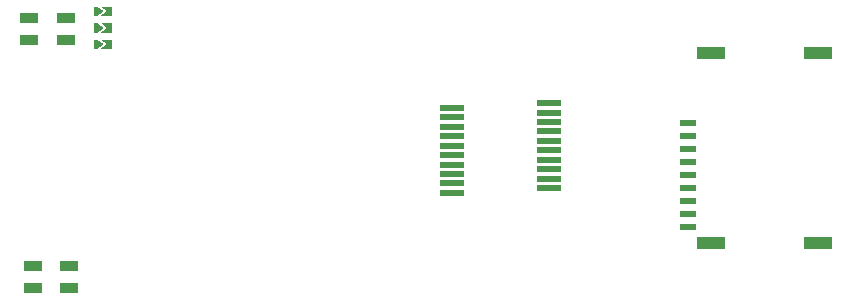
<source format=gtp>
G04*
G04 #@! TF.GenerationSoftware,Altium Limited,Altium Designer,22.8.2 (66)*
G04*
G04 Layer_Color=8421504*
%FSLAX44Y44*%
%MOMM*%
G71*
G04*
G04 #@! TF.SameCoordinates,0D078035-4FBF-4C44-B062-B1887B6B3753*
G04*
G04*
G04 #@! TF.FilePolarity,Positive*
G04*
G01*
G75*
%ADD14R,2.0000X0.5000*%
%ADD15R,2.4000X1.1200*%
%ADD16R,1.4000X0.6200*%
%ADD17R,1.5000X0.9000*%
G36*
X770318Y990346D02*
X760222D01*
X766318Y994410D01*
X760730Y998474D01*
X770318D01*
Y990346D01*
D02*
G37*
G36*
X763524Y994410D02*
X757428Y990346D01*
X755396D01*
Y998474D01*
X757936D01*
X763524Y994410D01*
D02*
G37*
G36*
X770318Y976376D02*
X760222D01*
X766318Y980440D01*
X760730Y984504D01*
X770318D01*
Y976376D01*
D02*
G37*
G36*
X763524Y980440D02*
X757428Y976376D01*
X755396D01*
Y984504D01*
X757936D01*
X763524Y980440D01*
D02*
G37*
G36*
X770318Y962406D02*
X760222D01*
X766318Y966470D01*
X760730Y970534D01*
X770318D01*
Y962406D01*
D02*
G37*
G36*
X763524Y966470D02*
X757428Y962406D01*
X755396D01*
Y970534D01*
X757936D01*
X763524Y966470D01*
D02*
G37*
D14*
X1140580Y916740D02*
D03*
Y908740D02*
D03*
Y900740D02*
D03*
Y892740D02*
D03*
Y884740D02*
D03*
X1058580Y840740D02*
D03*
Y848740D02*
D03*
Y856740D02*
D03*
Y864740D02*
D03*
Y872740D02*
D03*
Y880740D02*
D03*
Y888740D02*
D03*
Y896740D02*
D03*
Y904740D02*
D03*
X1140580Y876740D02*
D03*
Y868740D02*
D03*
Y860740D02*
D03*
Y852740D02*
D03*
Y844740D02*
D03*
X1058580Y912740D02*
D03*
D15*
X1367790Y959490D02*
D03*
X1277790D02*
D03*
X1367790Y797990D02*
D03*
X1277790D02*
D03*
D16*
X1257790Y866790D02*
D03*
Y811790D02*
D03*
Y833790D02*
D03*
Y844790D02*
D03*
Y855790D02*
D03*
Y877790D02*
D03*
Y888790D02*
D03*
Y822790D02*
D03*
Y899790D02*
D03*
D17*
X700182Y988610D02*
D03*
X731182Y970610D02*
D03*
Y988610D02*
D03*
X700182Y970610D02*
D03*
X734320Y778620D02*
D03*
Y760620D02*
D03*
X703320Y778620D02*
D03*
Y760620D02*
D03*
M02*

</source>
